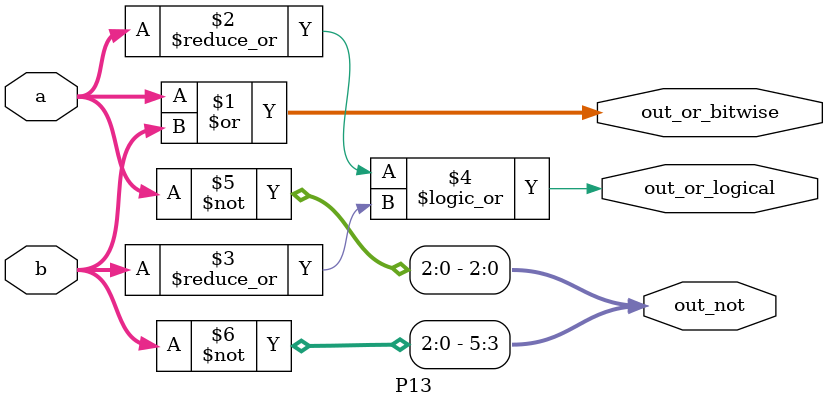
<source format=v>
module P13 (
    input [2:0] a,
    input [2:0] b,
    output [2:0] out_or_bitwise,
    output out_or_logical,
    output [5:0] out_not
);
  // Write your code here
  assign out_or_bitwise = a | b;
  assign out_or_logical = (|a) || (|b);
  assign out_not[2:0]   = ~a;
  assign out_not[5:3]   = ~b;
endmodule

</source>
